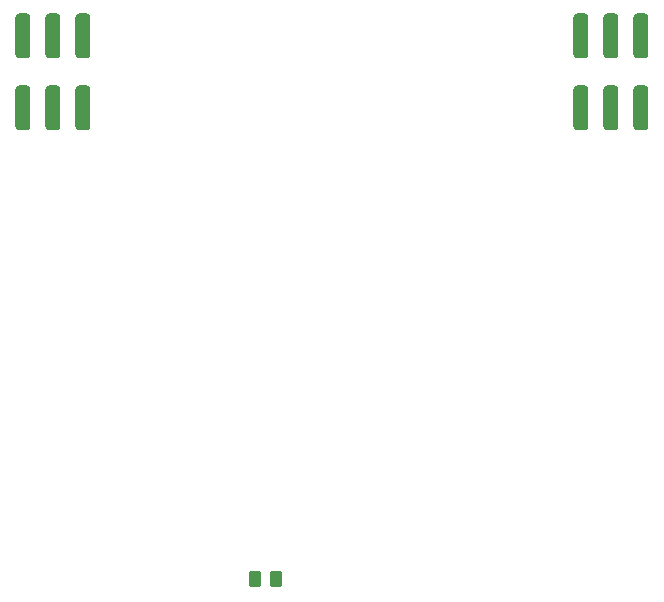
<source format=gbr>
%TF.GenerationSoftware,KiCad,Pcbnew,8.0.1*%
%TF.CreationDate,2024-03-31T20:21:14-04:00*%
%TF.ProjectId,Reflow Plate,5265666c-6f77-4205-906c-6174652e6b69,rev?*%
%TF.SameCoordinates,Original*%
%TF.FileFunction,Paste,Bot*%
%TF.FilePolarity,Positive*%
%FSLAX46Y46*%
G04 Gerber Fmt 4.6, Leading zero omitted, Abs format (unit mm)*
G04 Created by KiCad (PCBNEW 8.0.1) date 2024-03-31 20:21:14*
%MOMM*%
%LPD*%
G01*
G04 APERTURE LIST*
G04 Aperture macros list*
%AMRoundRect*
0 Rectangle with rounded corners*
0 $1 Rounding radius*
0 $2 $3 $4 $5 $6 $7 $8 $9 X,Y pos of 4 corners*
0 Add a 4 corners polygon primitive as box body*
4,1,4,$2,$3,$4,$5,$6,$7,$8,$9,$2,$3,0*
0 Add four circle primitives for the rounded corners*
1,1,$1+$1,$2,$3*
1,1,$1+$1,$4,$5*
1,1,$1+$1,$6,$7*
1,1,$1+$1,$8,$9*
0 Add four rect primitives between the rounded corners*
20,1,$1+$1,$2,$3,$4,$5,0*
20,1,$1+$1,$4,$5,$6,$7,0*
20,1,$1+$1,$6,$7,$8,$9,0*
20,1,$1+$1,$8,$9,$2,$3,0*%
G04 Aperture macros list end*
%ADD10RoundRect,0.317500X-0.317500X-1.587500X0.317500X-1.587500X0.317500X1.587500X-0.317500X1.587500X0*%
%ADD11RoundRect,0.317500X0.317500X1.587500X-0.317500X1.587500X-0.317500X-1.587500X0.317500X-1.587500X0*%
%ADD12RoundRect,0.250000X0.262500X0.450000X-0.262500X0.450000X-0.262500X-0.450000X0.262500X-0.450000X0*%
G04 APERTURE END LIST*
D10*
%TO.C,J3*%
X119176800Y-53594000D03*
X121716800Y-53594000D03*
X124256800Y-53594000D03*
%TD*%
%TO.C,J4*%
X166370000Y-53594000D03*
X168910000Y-53594000D03*
X171450000Y-53594000D03*
%TD*%
D11*
%TO.C,J6*%
X171450000Y-47498000D03*
X168910000Y-47498000D03*
X166370000Y-47498000D03*
%TD*%
%TO.C,J5*%
X124256800Y-47498000D03*
X121716800Y-47498000D03*
X119176800Y-47498000D03*
%TD*%
D12*
%TO.C,TH1*%
X140612500Y-93472000D03*
X138787500Y-93472000D03*
%TD*%
M02*

</source>
